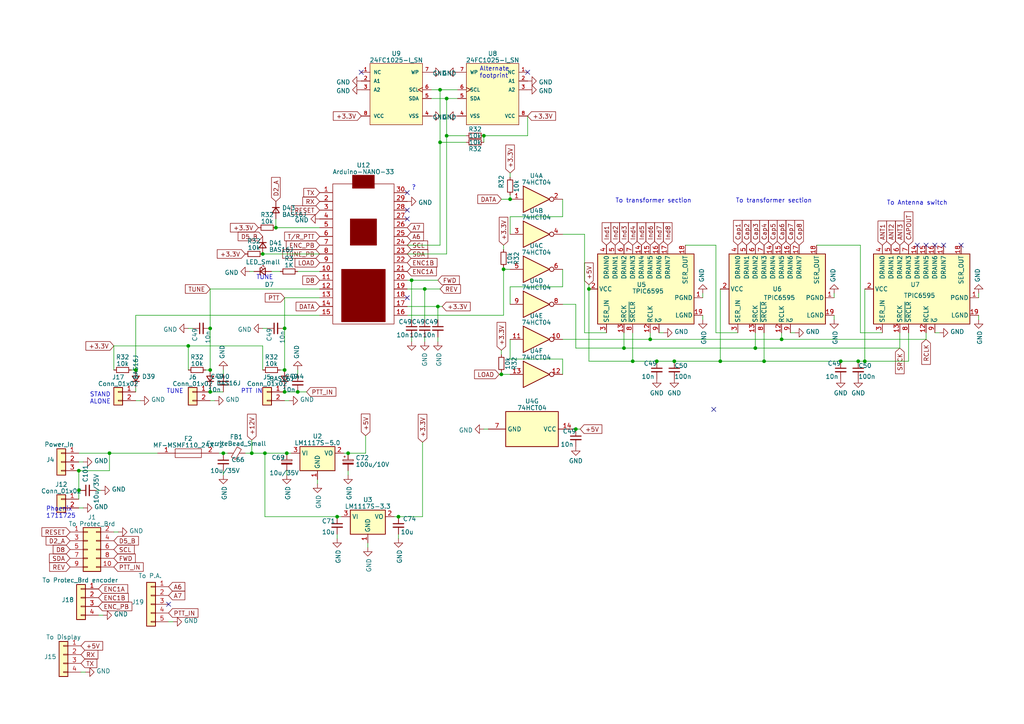
<source format=kicad_sch>
(kicad_sch (version 20230121) (generator eeschema)
  (paper "A4")
  (junction (at 73.025 131.445))
  (junction (at 31.75 131.445))
  (junction (at 123.19 83.82))
  (junction (at 54.61 100.33))
  (junction (at 60.96 113.665))
  (junction (at 127 88.9))
  (junction (at 170.815 83.82))
  (junction (at 250.825 104.775))
  (junction (at 82.55 107.315))
  (junction (at 243.84 104.775))
  (junction (at 64.77 131.445))
  (junction (at 100.965 131.445))
  (junction (at 226.695 98.425))
  (junction (at 76.835 131.445))
  (junction (at 140.335 39.37))
  (junction (at 76.2 73.66))
  (junction (at 129.54 28.575))
  (junction (at 115.57 149.86))
  (junction (at 22.86 136.525))
  (junction (at 188.595 98.425))
  (junction (at 221.615 104.775))
  (junction (at 127.635 26.035))
  (junction (at 180.975 100.965))
  (junction (at 119.38 81.28))
  (junction (at 129.54 39.37))
  (junction (at 219.075 100.965))
  (junction (at 147.955 57.785))
  (junction (at 22.86 142.24))
  (junction (at 208.915 104.775))
  (junction (at 146.05 78.105))
  (junction (at 190.5 104.775))
  (junction (at 39.37 107.315))
  (junction (at 80.01 66.04))
  (junction (at 195.58 104.775))
  (junction (at 83.185 131.445))
  (junction (at 82.55 113.665))
  (junction (at 82.55 95.25))
  (junction (at 97.79 149.86))
  (junction (at 86.36 113.665))
  (junction (at 145.415 108.585))
  (junction (at 60.96 95.25))
  (junction (at 127.635 41.275))
  (junction (at 60.96 107.315))
  (junction (at 248.92 104.775))
  (junction (at 167.005 124.46))
  (junction (at 183.515 104.775))
  (no_connect (at 118.11 63.5))
  (no_connect (at 118.11 60.96))
  (no_connect (at 207.01 118.745))
  (no_connect (at 104.775 20.955))
  (no_connect (at 271.145 71.12))
  (no_connect (at 278.765 71.12))
  (no_connect (at 268.605 71.12))
  (no_connect (at 118.11 86.36))
  (no_connect (at 153.035 20.955))
  (no_connect (at 273.685 71.12))
  (no_connect (at 118.11 55.88))
  (no_connect (at 48.895 175.26))
  (no_connect (at 266.065 71.12))
  (wire (pts (xy 167.005 100.965) (xy 167.005 88.265)))
  (wire (pts (xy 183.515 96.52) (xy 183.515 104.775)))
  (wire (pts (xy 163.195 62.865) (xy 147.955 62.865)))
  (wire (pts (xy 127 88.9) (xy 128.27 88.9)))
  (wire (pts (xy 97.79 156.21) (xy 97.79 154.94)))
  (wire (pts (xy 83.82 116.205) (xy 82.55 116.205)))
  (wire (pts (xy 33.02 100.33) (xy 54.61 100.33)))
  (wire (pts (xy 97.79 149.86) (xy 99.06 149.86)))
  (wire (pts (xy 129.54 28.575) (xy 132.715 28.575)))
  (wire (pts (xy 170.815 104.775) (xy 183.515 104.775)))
  (wire (pts (xy 135.255 39.37) (xy 129.54 39.37)))
  (wire (pts (xy 29.845 178.435) (xy 28.575 178.435)))
  (wire (pts (xy 119.38 81.28) (xy 127 81.28)))
  (wire (pts (xy 76.2 95.25) (xy 77.47 95.25)))
  (wire (pts (xy 127 88.9) (xy 127 92.71)))
  (wire (pts (xy 92.71 83.82) (xy 60.96 83.82)))
  (wire (pts (xy 118.11 81.28) (xy 119.38 81.28)))
  (wire (pts (xy 118.11 71.12) (xy 127.635 71.12)))
  (wire (pts (xy 243.84 104.775) (xy 248.92 104.775)))
  (wire (pts (xy 127.635 26.035) (xy 132.715 26.035)))
  (wire (pts (xy 50.165 180.34) (xy 48.895 180.34)))
  (wire (pts (xy 230.505 96.52) (xy 229.235 96.52)))
  (wire (pts (xy 145.415 57.785) (xy 147.955 57.785)))
  (wire (pts (xy 140.335 39.37) (xy 153.035 39.37)))
  (wire (pts (xy 147.955 78.105) (xy 146.05 78.105)))
  (wire (pts (xy 221.615 104.775) (xy 243.84 104.775)))
  (wire (pts (xy 92.075 140.335) (xy 92.075 139.065)))
  (wire (pts (xy 219.075 100.965) (xy 260.985 100.965)))
  (wire (pts (xy 147.955 98.425) (xy 147.955 104.14)))
  (wire (pts (xy 198.755 71.12) (xy 207.645 71.12)))
  (wire (pts (xy 24.765 194.945) (xy 23.495 194.945)))
  (wire (pts (xy 118.11 73.66) (xy 129.54 73.66)))
  (wire (pts (xy 115.57 156.21) (xy 115.57 154.94)))
  (wire (pts (xy 106.68 158.75) (xy 106.68 157.48)))
  (wire (pts (xy 207.645 71.12) (xy 207.645 96.52)))
  (wire (pts (xy 167.005 88.265) (xy 163.195 88.265)))
  (wire (pts (xy 163.195 57.785) (xy 163.195 62.865)))
  (wire (pts (xy 283.845 85.09) (xy 283.845 86.36)))
  (wire (pts (xy 153.035 39.37) (xy 153.035 33.655)))
  (wire (pts (xy 236.855 71.12) (xy 249.555 71.12)))
  (wire (pts (xy 73.025 131.445) (xy 76.835 131.445)))
  (wire (pts (xy 250.825 83.82) (xy 250.825 104.775)))
  (wire (pts (xy 29.21 142.24) (xy 27.94 142.24)))
  (wire (pts (xy 24.13 133.985) (xy 22.86 133.985)))
  (wire (pts (xy 192.405 96.52) (xy 191.135 96.52)))
  (wire (pts (xy 125.095 26.035) (xy 127.635 26.035)))
  (wire (pts (xy 203.835 92.71) (xy 203.835 91.44)))
  (wire (pts (xy 64.77 107.315) (xy 64.77 108.585)))
  (wire (pts (xy 167.005 124.46) (xy 168.275 124.46)))
  (wire (pts (xy 249.555 71.12) (xy 249.555 96.52)))
  (wire (pts (xy 180.975 100.965) (xy 167.005 100.965)))
  (wire (pts (xy 34.29 154.305) (xy 33.02 154.305)))
  (wire (pts (xy 78.74 78.74) (xy 81.28 78.74)))
  (wire (pts (xy 118.11 83.82) (xy 123.19 83.82)))
  (wire (pts (xy 146.05 78.105) (xy 146.05 91.44)))
  (wire (pts (xy 119.38 99.06) (xy 119.38 97.79)))
  (wire (pts (xy 127.635 41.275) (xy 127.635 71.12)))
  (wire (pts (xy 86.36 107.315) (xy 86.36 108.585)))
  (wire (pts (xy 82.55 113.665) (xy 86.36 113.665)))
  (wire (pts (xy 97.79 149.86) (xy 76.835 149.86)))
  (wire (pts (xy 54.61 100.33) (xy 76.2 100.33)))
  (wire (pts (xy 60.96 95.25) (xy 60.96 107.315)))
  (wire (pts (xy 127 99.06) (xy 127 97.79)))
  (wire (pts (xy 147.955 50.165) (xy 147.955 51.435)))
  (wire (pts (xy 180.975 100.965) (xy 219.075 100.965)))
  (wire (pts (xy 140.335 39.37) (xy 140.335 41.275)))
  (wire (pts (xy 22.86 131.445) (xy 31.75 131.445)))
  (wire (pts (xy 249.555 96.52) (xy 255.905 96.52)))
  (wire (pts (xy 147.955 83.185) (xy 147.955 88.265)))
  (wire (pts (xy 135.255 41.275) (xy 127.635 41.275)))
  (wire (pts (xy 170.815 83.82) (xy 170.815 104.775)))
  (wire (pts (xy 118.11 91.44) (xy 146.05 91.44)))
  (wire (pts (xy 33.02 107.315) (xy 33.02 100.33)))
  (wire (pts (xy 241.935 85.09) (xy 241.935 86.36)))
  (wire (pts (xy 92.71 91.44) (xy 39.37 91.44)))
  (wire (pts (xy 60.96 112.395) (xy 60.96 113.665)))
  (wire (pts (xy 146.05 71.12) (xy 146.05 72.39)))
  (wire (pts (xy 62.23 116.205) (xy 60.96 116.205)))
  (wire (pts (xy 226.695 98.425) (xy 268.605 98.425)))
  (wire (pts (xy 263.525 104.775) (xy 263.525 96.52)))
  (wire (pts (xy 180.975 96.52) (xy 180.975 100.965)))
  (wire (pts (xy 169.545 96.52) (xy 175.895 96.52)))
  (wire (pts (xy 163.195 98.425) (xy 188.595 98.425)))
  (wire (pts (xy 86.36 78.74) (xy 92.71 78.74)))
  (wire (pts (xy 183.515 104.775) (xy 190.5 104.775)))
  (wire (pts (xy 163.195 104.14) (xy 163.195 108.585)))
  (wire (pts (xy 83.185 137.795) (xy 83.185 136.525)))
  (wire (pts (xy 208.915 104.775) (xy 221.615 104.775)))
  (wire (pts (xy 82.55 86.36) (xy 82.55 95.25)))
  (wire (pts (xy 145.415 107.95) (xy 145.415 108.585)))
  (wire (pts (xy 203.835 85.09) (xy 203.835 86.36)))
  (wire (pts (xy 92.71 66.04) (xy 80.01 66.04)))
  (wire (pts (xy 122.555 128.27) (xy 122.555 149.86)))
  (wire (pts (xy 54.61 100.33) (xy 54.61 107.315)))
  (wire (pts (xy 38.1 107.315) (xy 39.37 107.315)))
  (wire (pts (xy 169.545 67.945) (xy 169.545 96.52)))
  (wire (pts (xy 80.01 63.5) (xy 80.01 66.04)))
  (wire (pts (xy 24.13 147.32) (xy 22.86 147.32)))
  (wire (pts (xy 60.96 113.665) (xy 64.77 113.665)))
  (wire (pts (xy 123.19 83.82) (xy 123.19 92.71)))
  (wire (pts (xy 60.96 83.82) (xy 60.96 95.25)))
  (wire (pts (xy 260.985 96.52) (xy 260.985 100.965)))
  (wire (pts (xy 82.55 112.395) (xy 82.55 113.665)))
  (wire (pts (xy 163.195 83.185) (xy 147.955 83.185)))
  (wire (pts (xy 188.595 98.425) (xy 226.695 98.425)))
  (wire (pts (xy 188.595 98.425) (xy 188.595 96.52)))
  (wire (pts (xy 76.2 100.33) (xy 76.2 107.315)))
  (wire (pts (xy 83.185 131.445) (xy 84.455 131.445)))
  (wire (pts (xy 100.965 137.795) (xy 100.965 136.525)))
  (wire (pts (xy 73.025 127.635) (xy 73.025 131.445)))
  (wire (pts (xy 129.54 39.37) (xy 129.54 73.66)))
  (wire (pts (xy 100.965 131.445) (xy 106.045 131.445)))
  (wire (pts (xy 123.19 99.06) (xy 123.19 97.79)))
  (wire (pts (xy 125.095 28.575) (xy 129.54 28.575)))
  (wire (pts (xy 248.92 104.775) (xy 250.825 104.775)))
  (wire (pts (xy 64.77 131.445) (xy 66.04 131.445)))
  (wire (pts (xy 147.955 56.515) (xy 147.955 57.785)))
  (wire (pts (xy 118.11 88.9) (xy 127 88.9)))
  (wire (pts (xy 31.75 131.445) (xy 31.75 136.525)))
  (wire (pts (xy 119.38 81.28) (xy 119.38 92.71)))
  (wire (pts (xy 250.825 104.775) (xy 263.525 104.775)))
  (wire (pts (xy 86.36 113.665) (xy 88.9 113.665)))
  (wire (pts (xy 140.335 124.46) (xy 141.605 124.46)))
  (wire (pts (xy 63.5 131.445) (xy 64.77 131.445)))
  (wire (pts (xy 268.605 96.52) (xy 268.605 98.425)))
  (wire (pts (xy 40.64 116.205) (xy 39.37 116.205)))
  (wire (pts (xy 272.415 96.52) (xy 271.145 96.52)))
  (wire (pts (xy 208.915 83.82) (xy 208.915 104.775)))
  (wire (pts (xy 146.05 78.105) (xy 146.05 77.47)))
  (wire (pts (xy 207.645 96.52) (xy 213.995 96.52)))
  (wire (pts (xy 195.58 104.775) (xy 208.915 104.775)))
  (wire (pts (xy 22.86 142.24) (xy 22.86 144.78)))
  (wire (pts (xy 59.69 107.315) (xy 60.96 107.315)))
  (wire (pts (xy 147.955 62.865) (xy 147.955 67.945)))
  (wire (pts (xy 71.12 131.445) (xy 73.025 131.445)))
  (wire (pts (xy 72.39 78.74) (xy 73.66 78.74)))
  (wire (pts (xy 145.415 108.585) (xy 147.955 108.585)))
  (wire (pts (xy 170.815 82.55) (xy 170.815 83.82)))
  (wire (pts (xy 39.37 91.44) (xy 39.37 107.315)))
  (wire (pts (xy 241.935 92.71) (xy 241.935 91.44)))
  (wire (pts (xy 39.37 112.395) (xy 39.37 113.665)))
  (wire (pts (xy 144.78 108.585) (xy 145.415 108.585)))
  (wire (pts (xy 76.2 73.66) (xy 92.71 73.66)))
  (wire (pts (xy 147.955 104.14) (xy 163.195 104.14)))
  (wire (pts (xy 54.61 95.25) (xy 55.88 95.25)))
  (wire (pts (xy 145.415 101.6) (xy 145.415 102.87)))
  (wire (pts (xy 22.86 136.525) (xy 22.86 142.24)))
  (wire (pts (xy 190.5 104.775) (xy 195.58 104.775)))
  (wire (pts (xy 76.835 149.86) (xy 76.835 131.445)))
  (wire (pts (xy 92.71 86.36) (xy 82.55 86.36)))
  (wire (pts (xy 106.045 126.365) (xy 106.045 131.445)))
  (wire (pts (xy 82.55 95.25) (xy 82.55 107.315)))
  (wire (pts (xy 31.75 131.445) (xy 45.72 131.445)))
  (wire (pts (xy 221.615 96.52) (xy 221.615 104.775)))
  (wire (pts (xy 129.54 39.37) (xy 129.54 28.575)))
  (wire (pts (xy 99.695 131.445) (xy 100.965 131.445)))
  (wire (pts (xy 163.195 67.945) (xy 169.545 67.945)))
  (wire (pts (xy 283.845 92.71) (xy 283.845 91.44)))
  (wire (pts (xy 163.195 78.105) (xy 163.195 83.185)))
  (wire (pts (xy 114.3 149.86) (xy 115.57 149.86)))
  (wire (pts (xy 64.77 137.795) (xy 64.77 136.525)))
  (wire (pts (xy 76.835 131.445) (xy 83.185 131.445)))
  (wire (pts (xy 219.075 96.52) (xy 219.075 100.965)))
  (wire (pts (xy 31.75 136.525) (xy 22.86 136.525)))
  (wire (pts (xy 226.695 98.425) (xy 226.695 96.52)))
  (wire (pts (xy 81.28 107.315) (xy 82.55 107.315)))
  (wire (pts (xy 127.635 26.035) (xy 127.635 41.275)))
  (wire (pts (xy 115.57 149.86) (xy 122.555 149.86)))
  (wire (pts (xy 123.19 83.82) (xy 127.635 83.82)))
  (text "PTT IN\n" (at 69.85 114.3 0) (effects (font (size 1.27 1.27)) (justify left bottom)))
  (text "To transformer section" (at 178.435 59.055 0) (effects (font (size 1.27 1.27)) (justify left bottom)))
  (text "TUNE \n" (at 48.26 114.3 0) (effects (font (size 1.27 1.27)) (justify left bottom)))
  (text "?" (at 119.38 55.245 0) (effects (font (size 1.27 1.27)) (justify left bottom)))
  (text "To transformer section" (at 213.36 59.055 0) (effects (font (size 1.27 1.27)) (justify left bottom)))
  (text "Alternate\nfootprint\n" (at 139.065 22.86 0) (effects (font (size 1.27 1.27)) (justify left bottom)))
  (text "Phoenix\n1711725" (at 13.335 150.495 0) (effects (font (size 1.27 1.27)) (justify left bottom)))
  (text "TUNE" (at 74.295 81.28 0) (effects (font (size 1.27 1.27)) (justify left bottom)))
  (text "STAND\nALONE\n\n" (at 26.035 119.38 0) (effects (font (size 1.27 1.27)) (justify left bottom)))
  (text "To Antenna switch" (at 257.175 59.69 0) (effects (font (size 1.27 1.27)) (justify left bottom)))
  (global_label "ENC_PB" (shape input) (at 28.575 175.895 0) (property "Intersheetrefs" "${INTERSHEET_REFS}" (effects hide)))
  (global_label "+3.3V" (shape input) (at 145.415 101.6 90) (property "Intersheetrefs" "${INTERSHEET_REFS}" (effects hide)))
  (global_label "ENC1B" (shape input) (at 118.11 76.2 0) (property "Intersheetrefs" "${INTERSHEET_REFS}" (effects hide)))
  (global_label "Cap6" (shape input) (at 226.695 71.12 90) (property "Intersheetrefs" "${INTERSHEET_REFS}" (effects hide)))
  (global_label "PTT" (shape input) (at 82.55 86.36 180) (property "Intersheetrefs" "${INTERSHEET_REFS}" (effects hide)))
  (global_label "TX" (shape input) (at 23.495 192.405 0) (property "Intersheetrefs" "${INTERSHEET_REFS}" (effects hide)))
  (global_label "SCL" (shape input) (at 33.02 159.385 0) (property "Intersheetrefs" "${INTERSHEET_REFS}" (effects hide)))
  (global_label "+5V" (shape input) (at 23.495 187.325 0) (property "Intersheetrefs" "${INTERSHEET_REFS}" (effects hide)))
  (global_label "Ind2" (shape input) (at 178.435 71.12 90) (property "Intersheetrefs" "${INTERSHEET_REFS}" (effects hide)))
  (global_label "REV" (shape input) (at 127.635 83.82 0) (property "Intersheetrefs" "${INTERSHEET_REFS}" (effects hide)))
  (global_label "A6" (shape input) (at 118.11 68.58 0) (property "Intersheetrefs" "${INTERSHEET_REFS}" (effects hide)))
  (global_label "+3.3V" (shape input) (at 147.955 50.165 90) (property "Intersheetrefs" "${INTERSHEET_REFS}" (effects hide)))
  (global_label "LOAD" (shape input) (at 144.78 108.585 180) (property "Intersheetrefs" "${INTERSHEET_REFS}" (effects hide)))
  (global_label "Ind8" (shape input) (at 193.675 71.12 90) (property "Intersheetrefs" "${INTERSHEET_REFS}" (effects hide)))
  (global_label "LOAD" (shape input) (at 92.71 76.2 180) (property "Intersheetrefs" "${INTERSHEET_REFS}" (effects hide)))
  (global_label "Cap1" (shape input) (at 213.995 71.12 90) (property "Intersheetrefs" "${INTERSHEET_REFS}" (effects hide)))
  (global_label "RESET" (shape input) (at 92.71 60.96 180) (property "Intersheetrefs" "${INTERSHEET_REFS}" (effects hide)))
  (global_label "D8" (shape input) (at 20.32 159.385 180) (property "Intersheetrefs" "${INTERSHEET_REFS}" (effects hide)))
  (global_label "Ind7" (shape input) (at 191.135 71.12 90) (property "Intersheetrefs" "${INTERSHEET_REFS}" (effects hide)))
  (global_label "D5_B" (shape input) (at 33.02 156.845 0) (property "Intersheetrefs" "${INTERSHEET_REFS}" (effects hide)))
  (global_label "DATA" (shape input) (at 145.415 57.785 180) (property "Intersheetrefs" "${INTERSHEET_REFS}" (effects hide)))
  (global_label "TUNE" (shape input) (at 60.96 83.82 180) (property "Intersheetrefs" "${INTERSHEET_REFS}" (effects hide)))
  (global_label "ENC1B" (shape input) (at 28.575 173.355 0) (property "Intersheetrefs" "${INTERSHEET_REFS}" (effects hide)))
  (global_label "PTT_IN" (shape input) (at 48.895 177.8 0) (property "Intersheetrefs" "${INTERSHEET_REFS}" (effects hide)))
  (global_label "RX" (shape input) (at 23.495 189.865 0) (property "Intersheetrefs" "${INTERSHEET_REFS}" (effects hide)))
  (global_label "ANT2" (shape input) (at 258.445 71.12 90) (property "Intersheetrefs" "${INTERSHEET_REFS}" (effects hide)))
  (global_label "+5V" (shape input) (at 106.045 126.365 90) (property "Intersheetrefs" "${INTERSHEET_REFS}" (effects hide)))
  (global_label "A7" (shape input) (at 118.11 66.04 0) (property "Intersheetrefs" "${INTERSHEET_REFS}" (effects hide)))
  (global_label "SDA" (shape input) (at 20.32 161.925 180) (property "Intersheetrefs" "${INTERSHEET_REFS}" (effects hide)))
  (global_label "T{slash}R_PTT" (shape input) (at 92.71 68.58 180) (property "Intersheetrefs" "${INTERSHEET_REFS}" (effects hide)))
  (global_label "D5_B" (shape input) (at 76.2 68.58 180) (property "Intersheetrefs" "${INTERSHEET_REFS}" (effects hide)))
  (global_label "ENC1A" (shape input) (at 118.11 78.74 0) (property "Intersheetrefs" "${INTERSHEET_REFS}" (effects hide)))
  (global_label "RESET" (shape input) (at 20.32 154.305 180) (property "Intersheetrefs" "${INTERSHEET_REFS}" (effects hide)))
  (global_label "Cap5" (shape input) (at 224.155 71.12 90) (property "Intersheetrefs" "${INTERSHEET_REFS}" (effects hide)))
  (global_label "+3.3V" (shape input) (at 146.05 71.12 90) (property "Intersheetrefs" "${INTERSHEET_REFS}" (effects hide)))
  (global_label "REV" (shape input) (at 20.32 164.465 180) (property "Intersheetrefs" "${INTERSHEET_REFS}" (effects hide)))
  (global_label "D8" (shape input) (at 92.71 81.28 180) (property "Intersheetrefs" "${INTERSHEET_REFS}" (effects hide)))
  (global_label "Cap8" (shape input) (at 231.775 71.12 90) (property "Intersheetrefs" "${INTERSHEET_REFS}" (effects hide)))
  (global_label "DATA" (shape input) (at 92.71 88.9 180) (property "Intersheetrefs" "${INTERSHEET_REFS}" (effects hide)))
  (global_label "Ind3" (shape input) (at 180.975 71.12 90) (property "Intersheetrefs" "${INTERSHEET_REFS}" (effects hide)))
  (global_label "+3.3V" (shape input) (at 104.775 33.655 180) (property "Intersheetrefs" "${INTERSHEET_REFS}" (effects hide)))
  (global_label "SDA" (shape input) (at 118.11 73.66 0) (property "Intersheetrefs" "${INTERSHEET_REFS}" (effects hide)))
  (global_label "PTT_IN" (shape input) (at 88.9 113.665 0) (property "Intersheetrefs" "${INTERSHEET_REFS}" (effects hide)))
  (global_label "CAPOUT" (shape input) (at 263.525 71.12 90) (property "Intersheetrefs" "${INTERSHEET_REFS}" (effects hide)))
  (global_label "FWD" (shape input) (at 33.02 161.925 0) (property "Intersheetrefs" "${INTERSHEET_REFS}" (effects hide)))
  (global_label "RX" (shape input) (at 92.71 58.42 180) (property "Intersheetrefs" "${INTERSHEET_REFS}" (effects hide)))
  (global_label "Cap3" (shape input) (at 219.075 71.12 90) (property "Intersheetrefs" "${INTERSHEET_REFS}" (effects hide)))
  (global_label "FWD" (shape input) (at 127 81.28 0) (property "Intersheetrefs" "${INTERSHEET_REFS}" (effects hide)))
  (global_label "+3.3V" (shape input) (at 128.27 88.9 0) (property "Intersheetrefs" "${INTERSHEET_REFS}" (effects hide)))
  (global_label "Cap7" (shape input) (at 229.235 71.12 90) (property "Intersheetrefs" "${INTERSHEET_REFS}" (effects hide)))
  (global_label "PTT_IN" (shape input) (at 33.02 164.465 0) (property "Intersheetrefs" "${INTERSHEET_REFS}" (effects hide)))
  (global_label "Ind1" (shape input) (at 175.895 71.12 90) (property "Intersheetrefs" "${INTERSHEET_REFS}" (effects hide)))
  (global_label "SRCK" (shape input) (at 260.985 100.965 270) (property "Intersheetrefs" "${INTERSHEET_REFS}" (effects hide)))
  (global_label "TUNE_PB" (shape input) (at 92.71 73.66 180) (property "Intersheetrefs" "${INTERSHEET_REFS}" (effects hide)))
  (global_label "+3.3V" (shape input) (at 122.555 128.27 90) (property "Intersheetrefs" "${INTERSHEET_REFS}" (effects hide)))
  (global_label "Ind6" (shape input) (at 188.595 71.12 90) (property "Intersheetrefs" "${INTERSHEET_REFS}" (effects hide)))
  (global_label "ENC1A" (shape input) (at 28.575 170.815 0) (property "Intersheetrefs" "${INTERSHEET_REFS}" (effects hide)))
  (global_label "Ind5" (shape input) (at 186.055 71.12 90) (property "Intersheetrefs" "${INTERSHEET_REFS}" (effects hide)))
  (global_label "TX" (shape input) (at 92.71 55.88 180) (property "Intersheetrefs" "${INTERSHEET_REFS}" (effects hide)))
  (global_label "ANT1" (shape input) (at 255.905 71.12 90) (property "Intersheetrefs" "${INTERSHEET_REFS}" (effects hide)))
  (global_label "+3.3V" (shape input) (at 71.12 73.66 180) (property "Intersheetrefs" "${INTERSHEET_REFS}" (effects hide)))
  (global_label "A7" (shape input) (at 48.895 172.72 0) (property "Intersheetrefs" "${INTERSHEET_REFS}" (effects hide)))
  (global_label "+5V" (shape input) (at 170.815 82.55 90) (property "Intersheetrefs" "${INTERSHEET_REFS}" (effects hide)))
  (global_label "ENC_PB" (shape input) (at 92.71 71.12 180) (property "Intersheetrefs" "${INTERSHEET_REFS}" (effects hide)))
  (global_label "+3.3V" (shape input) (at 74.93 66.04 180) (property "Intersheetrefs" "${INTERSHEET_REFS}" (effects hide)))
  (global_label "+3.3V" (shape input) (at 33.02 100.33 180) (property "Intersheetrefs" "${INTERSHEET_REFS}" (effects hide)))
  (global_label "ANT3" (shape input) (at 260.985 71.12 90) (property "Intersheetrefs" "${INTERSHEET_REFS}" (effects hide)))
  (global_label "RCLK" (shape input) (at 268.605 98.425 270) (property "Intersheetrefs" "${INTERSHEET_REFS}" (effects hide)))
  (global_label "D2_A" (shape input) (at 80.01 58.42 90) (property "Intersheetrefs" "${INTERSHEET_REFS}" (effects hide)))
  (global_label "+5V" (shape input) (at 168.275 124.46 0) (property "Intersheetrefs" "${INTERSHEET_REFS}" (effects hide)))
  (global_label "Cap4" (shape input) (at 221.615 71.12 90) (property "Intersheetrefs" "${INTERSHEET_REFS}" (effects hide)))
  (global_label "SCL" (shape input) (at 118.11 71.12 0) (property "Intersheetrefs" "${INTERSHEET_REFS}" (effects hide)))
  (global_label "+3.3V" (shape input) (at 153.035 33.655 0) (property "Intersheetrefs" "${INTERSHEET_REFS}" (effects hide)))
  (global_label "A6" (shape input) (at 48.895 170.18 0) (property "Intersheetrefs" "${INTERSHEET_REFS}" (effects hide)))
  (global_label "D2_A" (shape input) (at 20.32 156.845 180) (property "Intersheetrefs" "${INTERSHEET_REFS}" (effects hide)))
  (global_label "Cap2" (shape input) (at 216.535 71.12 90) (property "Intersheetrefs" "${INTERSHEET_REFS}" (effects hide)))
  (global_label "+12V" (shape input) (at 73.025 127.635 90) (property "Intersheetrefs" "${INTERSHEET_REFS}" (effects hide)))
  (global_label "Ind4" (shape input) (at 183.515 71.12 90) (property "Intersheetrefs" "${INTERSHEET_REFS}" (effects hide)))
  (symbol (lib_id "power:GND") (at 241.935 92.71 0) (unit 1)
    (property "Reference" "#PWR0109" (effects hide))
    (property "Value" "GND" (at 242.2518 95.8849 90) (effects (justify right)))
  )
  (symbol (lib_id "Device:C_Small") (at 127 95.25 0) (unit 1)
    (property "Reference" "C49" (at 123.19 93.345 0) (effects (justify left)))
    (property "Value" "10n" (at 122.555 97.155 0) (effects (justify left)))
    (property "Footprint" "Capacitor_SMD:C_0805_2012Metric_Pad1.18x1.45mm_HandSolder" (effects hide))
    (instances (project "K_Aries" (path "" (reference "C49") (unit 1)) (path "" (reference "C77") (unit 1))))
  )
  (symbol (lib_id "Device:LED_Small") (at 76.2 78.74 0) (unit 1)
    (property "Reference" "D7" (at 78.105 82.55 0))
    (property "Value" "LED_Small" (at 76.2635 76.0001 0))
    (property "Footprint" "LED_SMD:LED_1206_3216Metric_Pad1.42x1.75mm_HandSolder" (effects hide))
    (instances (project "K_Aries" (path "" (reference "D7") (unit 1)) (path "" (reference "D42") (unit 1))))
  )
  (symbol (lib_id "power:GND") (at 153.035 23.495 90) (unit 1)
    (property "Reference" "#PWR049" (effects hide))
    (property "Value" "GND" (at 156.21 23.8118 90) (effects (justify right)))
    (instances (project "K_Aries" (path "" (reference "#PWR049") (unit 1)) (path "" (reference "#PWR0141") (unit 1))))
  )
  (symbol (lib_id "Device:R_Small") (at 146.05 74.93 0) (mirror y) (unit 1)
    (property "Reference" "R32" (at 149.7965 74.93 90))
    (property "Value" "10k" (at 147.8755 74.93 90))
    (property "Footprint" "Resistor_SMD:R_0805_2012Metric_Pad1.20x1.40mm_HandSolder" (effects hide))
    (instances (project "K_Aries" (path "" (reference "R32") (unit 1)) (path "" (reference "R39") (unit 1))))
  )
  (symbol (lib_id "power:GND") (at 64.77 107.315 180) (unit 1)
    (property "Reference" "#PWR088" (effects hide))
    (property "Value" "GND" (at 64.4532 104.1401 90) (effects (justify right)))
  )
  (symbol (lib_id "Connector_Generic:Conn_01x02") (at 77.47 113.665 0) (mirror y) (unit 1)
    (property "Reference" "J5" (at 77.47 109.3851 0))
    (property "Value" "Conn_01x02" (at 77.47 111.3061 0))
    (property "Footprint" "Connector_Molex:Molex_KK-254_AE-6410-02A_1x02_P2.54mm_Vertical" (effects hide))
  )
  (symbol (lib_id "Connector_Generic:Conn_01x04") (at 23.495 173.355 0) (mirror y) (unit 1)
    (property "Reference" "J18" (at 21.463 173.9813 0) (effects (justify left)))
    (property "Value" "To Protec_Brd encoder" (at 34.29 168.275 0) (effects (justify left)))
    (property "Footprint" "Connector_Molex:Molex_KK-254_AE-6410-04A_1x04_P2.54mm_Vertical" (effects hide))
  )
  (symbol (lib_id "24FC1025:24FC1025-I_SN") (at 155.575 20.955 0) (mirror y) (unit 1)
    (property "Reference" "U8" (at 142.875 15.5321 0))
    (property "Value" "24FC1025-I_SN" (at 142.875 17.4531 0))
    (property "Footprint" "Package_SO:SOIC-8_3.9x4.9mm_P1.27mm" (effects hide))
    (property "Code  IPC" "SOIC127P600-8" (effects hide))
    (property "Code  JEDEC" "MS-012" (effects hide))
    (property "Datasheet Version" "revF, Oct-2008" (effects hide))
    (property "Package Description" "8-Lead Plastic Small Outline (SN) - Narrow, 3.90mm Body [SOIC]" (effects hide))
    (property "Package Version" "revBB, Aug-2009" (effects hide))
    (property "category" "IC" (effects hide))
    (property "ciiva ids" "1392797" (effects hide))
    (property "library id" "cb48020c23aec842" (effects hide))
    (property "manufacturer" "Microchip" (effects hide))
    (property "package" "SOIC-SN8" (effects hide))
    (property "release date" "1302228250" (effects hide))
    (property "vault revision" "65909BAA-7286-4765-98EF-44FF3FB2A1DB" (effects hide))
    (property "imported" "yes" (effects hide))
  )
  (symbol (lib_id "power:GND") (at 192.405 96.52 90) (unit 1)
    (property "Reference" "#PWR0103" (effects hide))
    (property "Value" "GND" (at 195.5799 96.2032 90) (effects (justify right)))
  )
  (symbol (lib_id "power:GND") (at 241.935 85.09 180) (unit 1)
    (property "Reference" "#PWR0108" (effects hide))
    (property "Value" "GND" (at 241.6182 81.9151 90) (effects (justify right)))
  )
  (symbol (lib_id "power:GND") (at 153.035 26.035 90) (unit 1)
    (property "Reference" "#PWR049" (effects hide))
    (property "Value" "GND" (at 156.21 26.3518 90) (effects (justify right)))
    (instances (project "K_Aries" (path "" (reference "#PWR049") (unit 1)) (path "" (reference "#PWR0142") (unit 1))))
  )
  (symbol (lib_id "power:GND") (at 72.39 78.74 270) (unit 1)
    (property "Reference" "#PWR090" (effects hide))
    (property "Value" "GND" (at 69.2151 79.0568 90) (effects (justify right)))
  )
  (symbol (lib_id "power:GND") (at 140.335 124.46 270) (unit 1)
    (property "Reference" "#PWR0101" (effects hide))
    (property "Value" "GND" (at 137.1601 124.7768 90) (effects (justify right)))
  )
  (symbol (lib_id "power:GND") (at 34.29 154.305 90) (unit 1)
    (property "Reference" "#PWR079" (effects hide))
    (property "Value" "GND" (at 37.4649 153.9882 90) (effects (justify right)))
  )
  (symbol (lib_id "power:GND") (at 29.21 142.24 90) (unit 1)
    (property "Reference" "#PWR0140" (effects hide))
    (property "Value" "GND" (at 32.3849 141.9232 90) (effects (justify right)))
  )
  (symbol (lib_id "power:GND") (at 230.505 96.52 90) (unit 1)
    (property "Reference" "#PWR0107" (effects hide))
    (property "Value" "GND" (at 233.6799 96.2032 90) (effects (justify right)))
  )
  (symbol (lib_id "Device:C_Small") (at 195.58 107.315 0) (unit 1)
    (property "Reference" "C50" (at 195.58 106.045 0) (effects (justify left)))
    (property "Value" "100n" (at 195.58 109.22 0) (effects (justify left)))
    (property "Footprint" "Capacitor_SMD:C_0805_2012Metric_Pad1.18x1.45mm_HandSolder" (effects hide))
    (instances (project "K_Aries" (path "" (reference "C50") (unit 1)) (path "" (reference "C79") (unit 1))))
  )
  (symbol (lib_id "Device:D_Small") (at 39.37 109.855 90) (unit 1)
    (property "Reference" "D39" (at 41.148 109.2113 90) (effects (justify right)))
    (property "Value" "BAS16J" (at 39.37 102.87 0) (effects (justify right)))
    (property "Footprint" "Diode_SMD:D_SOD-323_HandSoldering" (effects hide))
    (property "Sim.Device" "D" (effects hide))
    (property "Sim.Pins" "1=K 2=A" (effects hide))
  )
  (symbol (lib_id "Regulator_Linear:LM1117S-3.3") (at 106.68 149.86 0) (unit 1)
    (property "Reference" "U3" (at 106.68 144.9451 0))
    (property "Value" "LM1117S-3.3" (at 106.68 146.8661 0))
    (property "Footprint" "Package_TO_SOT_SMD:SOT-223-3_TabPin2" (effects hide))
    (property "Datasheet" "http://www.ti.com/lit/ds/symlink/lm1117.pdf" (effects hide))
  )
  (symbol (lib_id "power:GND") (at 104.775 26.035 270) (unit 1)
    (property "Reference" "#PWR049" (effects hide))
    (property "Value" "GND" (at 101.6001 26.3518 90) (effects (justify right)))
    (instances (project "K_Aries" (path "" (reference "#PWR049") (unit 1)) (path "" (reference "#PWR0144") (unit 1))))
  )
  (symbol (lib_id "Device:R_Small") (at 73.66 73.66 90) (mirror x) (unit 1)
    (property "Reference" "R32" (at 73.66 69.9135 90))
    (property "Value" "10k" (at 73.66 71.8345 90))
    (property "Footprint" "Resistor_SMD:R_0805_2012Metric_Pad1.20x1.40mm_HandSolder" (effects hide))
    (instances (project "K_Aries" (path "" (reference "R32") (unit 1)) (path "" (reference "R42") (unit 1))))
  )
  (symbol (lib_id "Device:C_Small") (at 167.005 127 0) (unit 1)
    (property "Reference" "C49" (at 163.195 125.095 0) (effects (justify left)))
    (property "Value" "10n" (at 162.56 128.905 0) (effects (justify left)))
    (property "Footprint" "Capacitor_SMD:C_0805_2012Metric_Pad1.18x1.45mm_HandSolder" (effects hide))
    (instances (project "K_Aries" (path "" (reference "C49") (unit 1)) (path "" (reference "C20") (unit 1))))
  )
  (symbol (lib_id "power:GND") (at 92.075 140.335 0) (unit 1)
    (property "Reference" "#PWR087" (effects hide))
    (property "Value" "GND" (at 92.3918 143.5099 90) (effects (justify right)))
  )
  (symbol (lib_id "Device:R_Small") (at 137.795 41.275 90) (mirror x) (unit 1)
    (property "Reference" "R32" (at 137.795 43.18 90))
    (property "Value" "10k" (at 137.795 41.275 90))
    (property "Footprint" "Resistor_SMD:R_0805_2012Metric_Pad1.20x1.40mm_HandSolder" (effects hide))
    (instances (project "K_Aries" (path "" (reference "R32") (unit 1)) (path "" (reference "R47") (unit 1))))
  )
  (symbol (lib_id "power:GND") (at 64.77 137.795 0) (unit 1)
    (property "Reference" "#PWR080" (effects hide))
    (property "Value" "GND" (at 65.0868 140.9699 90) (effects (justify right)))
  )
  (symbol (lib_id "power:GND") (at 243.84 109.855 0) (unit 1)
    (property "Reference" "#PWR048" (effects hide))
    (property "Value" "GND" (at 243.84 113.9905 0))
    (instances (project "K_Aries" (path "" (reference "#PWR048") (unit 1)) (path "" (reference "#PWR0110") (unit 1))))
  )
  (symbol (lib_id "Device:D_Small") (at 80.01 60.96 270) (unit 1)
    (property "Reference" "D43" (at 81.788 60.3163 90) (effects (justify left)))
    (property "Value" "BAS16J" (at 81.788 62.2373 90) (effects (justify left)))
    (property "Footprint" "Diode_SMD:D_SOD-323_HandSoldering" (effects hide))
    (property "Sim.Device" "D" (effects hide))
    (property "Sim.Pins" "1=K 2=A" (effects hide))
  )
  (symbol (lib_id "power:GND") (at 132.715 33.655 270) (unit 1)
    (property "Reference" "#PWR049" (effects hide))
    (property "Value" "GND" (at 129.5401 33.9718 90) (effects (justify right)))
    (instances (project "K_Aries" (path "" (reference "#PWR049") (unit 1)) (path "" (reference "#PWR0146") (unit 1))))
  )
  (symbol (lib_id "Arduino-nano-33:Arduino-NANO-33") (at 105.41 73.66 0) (unit 1)
    (property "Reference" "U12" (at 105.41 47.9171 0))
    (property "Value" "Arduino-NANO-33" (at 105.41 49.8381 0))
    (property "Footprint" "Arduino-nano-33:NANO_33_Socket_Castell" (effects hide))
  )
  (symbol (lib_id "power:GND") (at 62.23 116.205 90) (unit 1)
    (property "Reference" "#PWR086" (effects hide))
    (property "Value" "GND" (at 65.4049 115.8882 90) (effects (justify right)))
  )
  (symbol (lib_id "power:GND") (at 24.13 133.985 90) (unit 1)
    (property "Reference" "#PWR075" (effects hide))
    (property "Value" "GND" (at 27.3049 133.6682 90) (effects (justify right)))
  )
  (symbol (lib_id "power:GND") (at 54.61 95.25 270) (unit 1)
    (property "Reference" "#PWR082" (effects hide))
    (property "Value" "GND" (at 51.4351 95.5668 90) (effects (justify right)))
  )
  (symbol (lib_id "Device:C_Small") (at 58.42 95.25 90) (unit 1)
    (property "Reference" "C49" (at 56.515 99.06 0) (effects (justify left)))
    (property "Value" "10n" (at 60.325 99.695 0) (effects (justify left)))
    (property "Footprint" "Capacitor_SMD:C_0805_2012Metric_Pad1.18x1.45mm_HandSolder" (effects hide))
    (instances (project "K_Aries" (path "" (reference "C49") (unit 1)) (path "" (reference "C67") (unit 1))))
  )
  (symbol (lib_id "Device:C_Small") (at 248.92 107.315 0) (unit 1)
    (property "Reference" "C50" (at 248.92 106.045 0) (effects (justify left)))
    (property "Value" "100n" (at 248.92 109.22 0) (effects (justify left)))
    (property "Footprint" "Capacitor_SMD:C_0805_2012Metric_Pad1.18x1.45mm_HandSolder" (effects hide))
    (instances (project "K_Aries" (path "" (reference "C50") (unit 1)) (path "" (reference "C81") (unit 1))))
  )
  (symbol (lib_id "power:GND") (at 195.58 109.855 0) (unit 1)
    (property "Reference" "#PWR049" (effects hide))
    (property "Value" "GND" (at 195.58 113.9905 0))
    (instances (project "K_Aries" (path "" (reference "#PWR049") (unit 1)) (path "" (reference "#PWR0104") (unit 1))))
  )
  (symbol (lib_id "Device:C_Small") (at 115.57 152.4 0) (unit 1)
    (property "Reference" "C74" (at 116.84 150.495 0) (effects (justify left)))
    (property "Value" "10u" (at 116.205 154.305 0) (effects (justify left)))
    (property "Footprint" "Capacitor_SMD:C_0805_2012Metric_Pad1.18x1.45mm_HandSolder" (effects hide))
  )
  (symbol (lib_id "power:GND") (at 83.82 116.205 90) (unit 1)
    (property "Reference" "#PWR093" (effects hide))
    (property "Value" "GND" (at 86.9949 115.8882 90) (effects (justify right)))
  )
  (symbol (lib_id "24FC1025:24FC1025-I_SN") (at 102.235 20.955 0) (unit 1)
    (property "Reference" "U9" (at 114.935 15.5321 0))
    (property "Value" "24FC1025-I_SN" (at 114.935 17.4531 0))
    (property "Footprint" "Package_DIP:DIP-8_W7.62mm_SMDSocket_SmallPads" (effects hide))
    (property "Code  IPC" "SOIC127P600-8" (effects hide))
    (property "Code  JEDEC" "MS-012" (effects hide))
    (property "Datasheet Version" "revF, Oct-2008" (effects hide))
    (property "Package Description" "8-Lead Plastic Small Outline (SN) - Narrow, 3.90mm Body [SOIC]" (effects hide))
    (property "Package Version" "revBB, Aug-2009" (effects hide))
    (property "category" "IC" (effects hide))
    (property "ciiva ids" "1392797" (effects hide))
    (property "library id" "cb48020c23aec842" (effects hide))
    (property "manufacturer" "Microchip" (effects hide))
    (property "package" "SOIC-SN8" (effects hide))
    (property "release date" "1302228250" (effects hide))
    (property "vault revision" "65909BAA-7286-4765-98EF-44FF3FB2A1DB" (effects hide))
    (property "imported" "yes" (effects hide))
  )
  (symbol (lib_id "Device:D_Small") (at 82.55 109.855 90) (unit 1)
    (property "Reference" "D44" (at 84.328 109.2113 90) (effects (justify right)))
    (property "Value" "BAS16J" (at 78.105 109.855 90) (effects (justify right)))
    (property "Footprint" "Diode_SMD:D_SOD-323_HandSoldering" (effects hide))
    (property "Sim.Device" "D" (effects hide))
    (property "Sim.Pins" "1=K 2=A" (effects hide))
  )
  (symbol (lib_id "Device:C_Small") (at 80.01 95.25 90) (unit 1)
    (property "Reference" "C49" (at 78.105 99.06 0) (effects (justify left)))
    (property "Value" "10n" (at 81.915 99.695 0) (effects (justify left)))
    (property "Footprint" "Capacitor_SMD:C_0805_2012Metric_Pad1.18x1.45mm_HandSolder" (effects hide))
    (instances (project "K_Aries" (path "" (reference "C49") (unit 1)) (path "" (reference "C21") (unit 1))))
  )
  (symbol (lib_id "power:GND") (at 115.57 156.21 0) (unit 1)
    (property "Reference" "#PWR095" (effects hide))
    (property "Value" "GND" (at 115.8868 159.3849 90) (effects (justify right)))
  )
  (symbol (lib_id "power:GND") (at 76.2 95.25 270) (unit 1)
    (property "Reference" "#PWR030" (effects hide))
    (property "Value" "GND" (at 73.0251 95.5668 90) (effects (justify right)))
  )
  (symbol (lib_id "Device:C_Small") (at 64.77 133.985 0) (unit 1)
    (property "Reference" "C66" (at 67.0941 133.3476 0) (effects (justify left)))
    (property "Value" "10u/35V" (at 60.96 136.525 0) (effects (justify left)))
    (property "Footprint" "Capacitor_Tantalum_SMD:CP_EIA-6032-28_Kemet-C_Pad2.25x2.35mm_HandSolder" (effects hide))
  )
  (symbol (lib_id "Regulator_Linear:LM1117S-5.0") (at 92.075 131.445 0) (unit 1)
    (property "Reference" "U2" (at 92.075 126.5301 0))
    (property "Value" "LM1117S-5.0" (at 92.075 128.4511 0))
    (property "Footprint" "Package_TO_SOT_SMD:SOT-223-3_TabPin2" (effects hide))
    (property "Datasheet" "http://www.ti.com/lit/ds/symlink/lm1117.pdf" (effects hide))
  )
  (symbol (lib_id "Device:C_Small") (at 97.79 152.4 0) (unit 1)
    (property "Reference" "C71" (at 93.345 151.13 0) (effects (justify left)))
    (property "Value" "10u" (at 93.345 154.305 0) (effects (justify left)))
    (property "Footprint" "Capacitor_SMD:C_0805_2012Metric_Pad1.18x1.45mm_HandSolder" (effects hide))
  )
  (symbol (lib_id "power:GND") (at 97.79 156.21 0) (unit 1)
    (property "Reference" "#PWR089" (effects hide))
    (property "Value" "GND" (at 98.1068 159.3849 90) (effects (justify right)))
  )
  (symbol (lib_id "Device:C_Small") (at 86.36 111.125 0) (unit 1)
    (property "Reference" "C49" (at 82.55 109.22 0) (effects (justify left)))
    (property "Value" "10n" (at 81.915 113.03 0) (effects (justify left)))
    (property "Footprint" "Capacitor_SMD:C_0805_2012Metric_Pad1.18x1.45mm_HandSolder" (effects hide))
    (instances (project "K_Aries" (path "" (reference "C49") (unit 1)) (path "" (reference "C73") (unit 1))))
  )
  (symbol (lib_id "power:GND") (at 118.11 58.42 90) (unit 1)
    (property "Reference" "#PWR097" (effects hide))
    (property "Value" "GND" (at 121.285 58.7368 90) (effects (justify right)))
  )
  (symbol (lib_id "Connector_Generic:Conn_01x02") (at 17.78 144.78 0) (mirror y) (unit 1)
    (property "Reference" "J12" (at 17.78 140.5001 0))
    (property "Value" "Conn_01x02" (at 17.78 142.4211 0))
    (property "Footprint" "Connector_Phoenix_1711725:1711725" (effects hide))
  )
  (symbol (lib_id "Device:C_Polarized_Small") (at 83.185 133.985 0) (unit 1)
    (property "Reference" "C69" (at 78.74 132.715 0) (effects (justify left)))
    (property "Value" "10u/35V" (at 78.105 137.16 0) (effects (justify left)))
    (property "Footprint" "Capacitor_Tantalum_SMD:CP_EIA-6032-28_Kemet-C_Pad2.25x2.35mm_HandSolder" (effects hide))
  )
  (symbol (lib_id "power:GND") (at 104.775 23.495 270) (unit 1)
    (property "Reference" "#PWR049" (effects hide))
    (property "Value" "GND" (at 101.6001 23.8118 90) (effects (justify right)))
    (instances (project "K_Aries" (path "" (reference "#PWR049") (unit 1)) (path "" (reference "#PWR0143") (unit 1))))
  )
  (symbol (lib_id "power:GND") (at 123.19 99.06 0) (unit 1)
    (property "Reference" "#PWR099" (effects hide))
    (property "Value" "GND" (at 123.19 102.235 90) (effects (justify right)))
  )
  (symbol (lib_id "power:GND") (at 29.845 178.435 90) (unit 1)
    (property "Reference" "#PWR078" (effects hide))
    (property "Value" "GND" (at 33.0199 178.1182 90) (effects (justify right)))
  )
  (symbol (lib_id "74xx:74HCT04") (at 155.575 78.105 0) (unit 3)
    (property "Reference" "U4" (at 155.575 71.2851 0))
    (property "Value" "74HCT04" (at 155.575 73.2061 0))
    (property "Footprint" "Package_SO:SOIC-14_3.9x8.7mm_P1.27mm" (effects hide))
    (property "Datasheet" "https://assets.nexperia.com/documents/data-sheet/74HC_HCT04.pdf" (effects hide))
  )
  (symbol (lib_id "Connector_Generic:Conn_01x02") (at 34.29 113.665 0) (mirror y) (unit 1)
    (property "Reference" "J17" (at 34.29 109.3851 0))
    (property "Value" "Conn_01x02" (at 34.29 111.3061 0))
    (property "Footprint" "Connector_Molex:Molex_KK-254_AE-6410-02A_1x02_P2.54mm_Vertical" (effects hide))
  )
  (symbol (lib_id "Device:R_Small") (at 78.74 107.315 90) (mirror x) (unit 1)
    (property "Reference" "R32" (at 78.74 103.5685 90))
    (property "Value" "10k" (at 78.74 105.4895 90))
    (property "Footprint" "Resistor_SMD:R_0805_2012Metric_Pad1.20x1.40mm_HandSolder" (effects hide))
    (instances (project "K_Aries" (path "" (reference "R32") (unit 1)) (path "" (reference "R36") (unit 1))))
  )
  (symbol (lib_id "power:GND") (at 119.38 99.06 0) (unit 1)
    (property "Reference" "#PWR098" (effects hide))
    (property "Value" "GND" (effects hide))
  )
  (symbol (lib_id "74xx:74HCT04") (at 155.575 88.265 0) (unit 4)
    (property "Reference" "U4" (at 155.575 81.4451 0))
    (property "Value" "74HCT04" (at 155.575 83.3661 0))
    (property "Footprint" "Package_SO:SOIC-14_3.9x8.7mm_P1.27mm" (effects hide))
    (property "Datasheet" "https://assets.nexperia.com/documents/data-sheet/74HC_HCT04.pdf" (effects hide))
  )
  (symbol (lib_id "Connector_Generic:Conn_02x05_Odd_Even") (at 25.4 159.385 0) (unit 1)
    (property "Reference" "J1" (at 26.67 150.0251 0))
    (property "Value" "To Protec_Brd" (at 26.67 151.9461 0))
    (property "Footprint" "Connector_IDC:IDC-Header_2x05_P2.54mm_Vertical" (effects hide))
  )
  (symbol (lib_id "Device:R_Small") (at 83.82 78.74 90) (unit 1)
    (property "Reference" "R3" (at 83.82 74.9935 90))
    (property "Value" "1K" (at 83.82 76.9145 90))
    (property "Footprint" "Resistor_SMD:R_0805_2012Metric_Pad1.20x1.40mm_HandSolder" (effects hide))
    (instances (project "K_Aries" (path "" (reference "R3") (unit 1)) (path "" (reference "R37") (unit 1))))
  )
  (symbol (lib_id "power:GND") (at 203.835 85.09 180) (unit 1)
    (property "Reference" "#PWR0105" (effects hide))
    (property "Value" "GND" (at 203.5182 81.9151 90) (effects (justify right)))
  )
  (symbol (lib_id "Device:C_Small") (at 119.38 95.25 0) (unit 1)
    (property "Reference" "C49" (at 115.57 93.345 0) (effects (justify left)))
    (property "Value" "10n" (at 114.935 97.155 0) (effects (justify left)))
    (property "Footprint" "Capacitor_SMD:C_0805_2012Metric_Pad1.18x1.45mm_HandSolder" (effects hide))
    (instances (project "K_Aries" (path "" (reference "C49") (unit 1)) (path "" (reference "C75") (unit 1))))
  )
  (symbol (lib_id "power:GND") (at 86.36 107.315 180) (unit 1)
    (property "Reference" "#PWR094" (effects hide))
    (property "Value" "GND" (at 86.0432 104.1401 90) (effects (justify right)))
  )
  (symbol (lib_id "74xx:74HCT04") (at 154.305 124.46 270) (unit 7)
    (property "Reference" "U4" (at 154.305 116.3701 90))
    (property "Value" "74HCT04" (at 154.305 118.2911 90))
    (property "Footprint" "Package_SO:SOIC-14_3.9x8.7mm_P1.27mm" (effects hide))
    (property "Datasheet" "https://assets.nexperia.com/documents/data-sheet/74HC_HCT04.pdf" (effects hide))
  )
  (symbol (lib_id "Device:C_Small") (at 64.77 111.125 0) (unit 1)
    (property "Reference" "C49" (at 60.96 109.22 0) (effects (justify left)))
    (property "Value" "10n" (at 60.325 113.03 0) (effects (justify left)))
    (property "Footprint" "Capacitor_SMD:C_0805_2012Metric_Pad1.18x1.45mm_HandSolder" (effects hide))
    (instances (project "K_Aries" (path "" (reference "C49") (unit 1)) (path "" (reference "C70") (unit 1))))
  )
  (symbol (lib_id "Device:R_Small") (at 137.795 39.37 90) (mirror x) (unit 1)
    (property "Reference" "R32" (at 137.795 37.465 90))
    (property "Value" "10k" (at 137.795 39.37 90))
    (property "Footprint" "Resistor_SMD:R_0805_2012Metric_Pad1.20x1.40mm_HandSolder" (effects hide))
    (instances (project "K_Aries" (path "" (reference "R32") (unit 1)) (path "" (reference "R46") (unit 1))))
  )
  (symbol (lib_id "Device:D_Small") (at 60.96 109.855 90) (unit 1)
    (property "Reference" "D40" (at 62.738 109.2113 90) (effects (justify right)))
    (property "Value" "BAS16J" (at 62.738 111.1323 90) (effects (justify right)))
    (property "Footprint" "Diode_SMD:D_SOD-323_HandSoldering" (effects hide))
    (property "Sim.Device" "D" (effects hide))
    (property "Sim.Pins" "1=K 2=A" (effects hide))
  )
  (symbol (lib_id "power:GND") (at 190.5 109.855 0) (unit 1)
    (property "Reference" "#PWR048" (effects hide))
    (property "Value" "GND" (at 190.5 113.9905 0))
    (instances (project "K_Aries" (path "" (reference "#PWR048") (unit 1)) (path "" (reference "#PWR0102") (unit 1))))
  )
  (symbol (lib_id "Device:C_Polarized_Small") (at 100.965 133.985 0) (unit 1)
    (property "Reference" "C72" (at 103.124 132.7952 0) (effects (justify left)))
    (property "Value" "100u/10V" (at 103.124 134.7162 0) (effects (justify left)))
    (property "Footprint" "Capacitor_Tantalum_SMD:CP_EIA-7132-28_AVX-C_Pad2.72x3.50mm_HandSolder" (effects hide))
  )
  (symbol (lib_id "Connector_Generic:Conn_01x05") (at 43.815 175.26 0) (mirror y) (unit 1)
    (property "Reference" "J19" (at 41.783 174.6163 0) (effects (justify left)))
    (property "Value" "To P.A." (at 46.99 167.005 0) (effects (justify left)))
    (property "Footprint" "Connector_Molex:Molex_KK-254_AE-6410-05A_1x05_P2.54mm_Vertical" (effects hide))
  )
  (symbol (lib_id "74xx:74HCT04") (at 155.575 98.425 0) (unit 5)
    (property "Reference" "U4" (at 155.575 91.6051 0))
    (property "Value" "74HCT04" (at 155.575 93.5261 0))
    (property "Footprint" "Package_SO:SOIC-14_3.9x8.7mm_P1.27mm" (effects hide))
    (property "Datasheet" "https://assets.nexperia.com/documents/data-sheet/74HC_HCT04.pdf" (effects hide))
  )
  (symbol (lib_id "power:GND") (at 283.845 85.09 180) (unit 1)
    (property "Reference" "#PWR0113" (effects hide))
    (property "Value" "GND" (at 283.5282 81.9151 90) (effects (justify right)))
  )
  (symbol (lib_id "Device:R_Small") (at 77.47 66.04 90) (mirror x) (unit 1)
    (property "Reference" "R32" (at 77.47 62.2935 90))
    (property "Value" "10k" (at 77.47 64.2145 90))
    (property "Footprint" "Resistor_SMD:R_0805_2012Metric_Pad1.20x1.40mm_HandSolder" (effects hide))
    (instances (project "K_Aries" (path "" (reference "R32") (unit 1)) (path "" (reference "R48") (unit 1))))
  )
  (symbol (lib_id "power:GND") (at 92.71 63.5 270) (unit 1)
    (property "Reference" "#PWR096" (effects hide))
    (property "Value" "GND" (at 89.5351 63.8168 90) (effects (justify right)))
  )
  (symbol (lib_id "74xx:74HCT04") (at 155.575 67.945 0) (unit 2)
    (property "Reference" "U4" (at 155.575 61.1251 0))
    (property "Value" "74HCT04" (at 155.575 63.0461 0))
    (property "Footprint" "Package_SO:SOIC-14_3.9x8.7mm_P1.27mm" (effects hide))
    (property "Datasheet" "https://assets.nexperia.com/documents/data-sheet/74HC_HCT04.pdf" (effects hide))
  )
  (symbol (lib_id "Device:R_Small") (at 147.955 53.975 0) (mirror y) (unit 1)
    (property "Reference" "R32" (at 145.415 52.705 90))
    (property "Value" "10k" (at 149.7805 53.975 90))
    (property "Footprint" "Resistor_SMD:R_0805_2012Metric_Pad1.20x1.40mm_HandSolder" (effects hide))
    (instances (project "K_Aries" (path "" (reference "R32") (unit 1)) (path "" (reference "R40") (unit 1))))
  )
  (symbol (lib_id "Device:D_Small") (at 76.2 71.12 270) (unit 1)
    (property "Reference" "D41" (at 77.978 70.4763 90) (effects (justify left)))
    (property "Value" "BAS16J" (at 77.978 72.3973 90) (effects (justify left)))
    (property "Footprint" "Diode_SMD:D_SOD-323_HandSoldering" (effects hide))
    (property "Sim.Device" "D" (effects hide))
    (property "Sim.Pins" "1=K 2=A" (effects hide))
  )
  (symbol (lib_id "Connector_Generic:Conn_01x03") (at 17.78 133.985 0) (mirror y) (unit 1)
    (property "Reference" "J4" (at 14.605 133.35 0))
    (property "Value" "Power_In" (at 17.145 128.905 0))
    (property "Footprint" "Connector_Molex:Molex_KK-254_AE-6410-03A_1x03_P2.54mm_Vertical" (effects hide))
  )
  (symbol (lib_id "power:GND") (at 24.765 194.945 90) (unit 1)
    (property "Reference" "#PWR077" (effects hide))
    (property "Value" "GND" (at 27.9399 194.6282 90) (effects (justify right)))
  )
  (symbol (lib_id "SamacSys_Parts:MF-MSMF110_24X-2") (at 45.72 131.445 0) (unit 1)
    (property "Reference" "F2" (at 54.61 127.2159 0))
    (property "Value" "MF-MSMF110_24X-2" (at 54.61 129.1369 0))
    (property "Footprint" "MFMSMF11024X2:MFMSMF11024X2" (effects hide))
    (property "Datasheet" "http://uk.rs-online.com/web/p/products/8171668P" (effects hide))
    (property "Description" "Bourns 1.1A Resettable Fuse, 24V" (effects hide))
    (property "RS Part Number" "8171668P" (effects hide))
    (property "RS Price/Stock" "http://uk.rs-online.com/web/p/products/8171668P" (effects hide))
    (property "Manufacturer_Name" "Bourns" (effects hide))
    (property "Manufacturer_Part_Number" "MF-MSMF110/24X-2" (effects hide))
  )
  (symbol (lib_id "power:GND") (at 24.13 147.32 90) (unit 1)
    (property "Reference" "#PWR076" (effects hide))
    (property "Value" "GND" (at 27.3049 147.0032 90) (effects (justify right)))
  )
  (symbol (lib_id "Interface_Expansion:TPIC6595") (at 186.055 83.82 90) (unit 1)
    (property "Reference" "U5" (at 186.055 82.55 90))
    (property "Value" "TPIC6595" (at 187.96 84.455 90))
    (property "Footprint" "Package_SO:SOIC-20W_7.5x12.8mm_P1.27mm" (effects hide))
    (property "Datasheet" "http://www.ti.com/lit/ds/symlink/tpic6595.pdf" (effects hide))
  )
  (symbol (lib_id "power:GND") (at 283.845 92.71 0) (unit 1)
    (property "Reference" "#PWR0114" (effects hide))
    (property "Value" "GND" (at 284.1618 95.8849 90) (effects (justify right)))
  )
  (symbol (lib_id "Device:R_Small") (at 145.415 105.41 0) (mirror y) (unit 1)
    (property "Reference" "R32" (at 149.1615 105.41 90))
    (property "Value" "10k" (at 147.2405 105.41 90))
    (property "Footprint" "Resistor_SMD:R_0805_2012Metric_Pad1.20x1.40mm_HandSolder" (effects hide))
    (instances (project "K_Aries" (path "" (reference "R32") (unit 1)) (path "" (reference "R38") (unit 1))))
  )
  (symbol (lib_id "power:GND") (at 50.165 180.34 90) (unit 1)
    (property "Reference" "#PWR084" (effects hide))
    (property "Value" "GND" (at 53.3399 180.0232 90) (effects (justify right)))
  )
  (symbol (lib_id "Device:C_Small") (at 190.5 107.315 0) (unit 1)
    (property "Reference" "C49" (at 186.69 105.41 0) (effects (justify left)))
    (property "Value" "10n" (at 186.055 109.22 0) (effects (justify left)))
    (property "Footprint" "Capacitor_SMD:C_0805_2012Metric_Pad1.18x1.45mm_HandSolder" (effects hide))
    (instances (project "K_Aries" (path "" (reference "C49") (unit 1)) (path "" (reference "C78") (unit 1))))
  )
  (symbol (lib_id "power:GND") (at 106.68 158.75 0) (unit 1)
    (property "Reference" "#PWR092" (effects hide))
    (property "Value" "GND" (at 106.9968 161.9249 90) (effects (justify right)))
  )
  (symbol (lib_id "74xx:74HCT04") (at 155.575 57.785 0) (unit 1)
    (property "Reference" "U4" (at 155.575 50.9651 0))
    (property "Value" "74HCT04" (at 155.575 52.8861 0))
    (property "Footprint" "Package_SO:SOIC-14_3.9x8.7mm_P1.27mm" (effects hide))
    (property "Datasheet" "https://assets.nexperia.com/documents/data-sheet/74HC_HCT04.pdf" (effects hide))
  )
  (symbol (lib_id "power:GND") (at 127 99.06 0) (unit 1)
    (property "Reference" "#PWR0100" (effects hide))
    (property "Value" "GND" (at 127.3168 102.2349 90) (effects (justify right)))
  )
  (symbol (lib_id "Device:R_Small") (at 57.15 107.315 90) (mirror x) (unit 1)
    (property "Reference" "R32" (at 57.15 103.5685 90))
    (property "Value" "10k" (at 57.15 105.4895 90))
    (property "Footprint" "Resistor_SMD:R_0805_2012Metric_Pad1.20x1.40mm_HandSolder" (effects hide))
    (instances (project "K_Aries" (path "" (reference "R32") (unit 1)) (path "" (reference "R35") (unit 1))))
  )
  (symbol (lib_id "power:GND") (at 272.415 96.52 90) (unit 1)
    (property "Reference" "#PWR0112" (effects hide))
    (property "Value" "GND" (at 275.5899 96.2032 90) (effects (justify right)))
  )
  (symbol (lib_id "Device:C_Small") (at 123.19 95.25 0) (unit 1)
    (property "Reference" "C49" (at 119.38 93.345 0) (effects (justify left)))
    (property "Value" "10n" (at 118.745 97.155 0) (effects (justify left)))
    (property "Footprint" "Capacitor_SMD:C_0805_2012Metric_Pad1.18x1.45mm_HandSolder" (effects hide))
    (instances (project "K_Aries" (path "" (reference "C49") (unit 1)) (path "" (reference "C76") (unit 1))))
  )
  (symbol (lib_id "Device:C_Small") (at 25.4 142.24 90) (unit 1)
    (property "Reference" "C101" (at 24.7626 139.9159 0) (effects (justify left)))
    (property "Value" "10u/35V" (at 27.94 146.05 0) (effects (justify left)))
    (property "Footprint" "Capacitor_Tantalum_SMD:CP_EIA-6032-28_Kemet-C_Pad2.25x2.35mm_HandSolder" (effects hide))
  )
  (symbol (lib_id "Device:C_Small") (at 243.84 107.315 0) (unit 1)
    (property "Reference" "C49" (at 240.03 105.41 0) (effects (justify left)))
    (property "Value" "10n" (at 239.395 109.22 0) (effects (justify left)))
    (property "Footprint" "Capacitor_SMD:C_0805_2012Metric_Pad1.18x1.45mm_HandSolder" (effects hide))
    (instances (project "K_Aries" (path "" (reference "C49") (unit 1)) (path "" (reference "C80") (unit 1))))
  )
  (symbol (lib_id "power:GND") (at 132.715 20.955 270) (unit 1)
    (property "Reference" "#PWR049" (effects hide))
    (property "Value" "GND" (at 129.5401 21.2718 90) (effects (justify right)))
    (instances (project "K_Aries" (path "" (reference "#PWR049") (unit 1)) (path "" (reference "#PWR0148") (unit 1))))
  )
  (symbol (lib_id "power:GND") (at 167.005 129.54 0) (unit 1)
    (property "Reference" "#PWR048" (effects hide))
    (property "Value" "GND" (at 167.005 133.6755 0))
    (instances (project "K_Aries" (path "" (reference "#PWR048") (unit 1)) (path "" (reference "#PWR029") (unit 1))))
  )
  (symbol (lib_id "power:GND") (at 125.095 33.655 90) (unit 1)
    (property "Reference" "#PWR049" (effects hide))
    (property "Value" "GND" (at 128.27 33.9718 90) (effects (justify right)))
    (instances (project "K_Aries" (path "" (reference "#PWR049") (unit 1)) (path "" (reference "#PWR0145") (unit 1))))
  )
  (symbol (lib_id "Interface_Expansion:TPIC6595") (at 266.065 83.82 90) (unit 1)
    (property "Reference" "U7" (at 265.43 82.55 90))
    (property "Value" "TPIC6595" (at 266.7 85.725 90))
    (property "Footprint" "Package_SO:SOIC-20W_7.5x12.8mm_P1.27mm" (effects hide))
    (property "Datasheet" "http://www.ti.com/lit/ds/symlink/tpic6595.pdf" (effects hide))
  )
  (symbol (lib_id "Connector_Generic:Conn_01x04") (at 18.415 189.865 0) (mirror y) (unit 1)
    (property "Reference" "J15" (at 16.383 190.4913 0) (effects (justify left)))
    (property "Value" "To Display" (at 23.495 184.785 0) (effects (justify left)))
    (property "Footprint" "Connector_Molex:Molex_KK-254_AE-6410-04A_1x04_P2.54mm_Vertical" (effects hide))
  )
  (symbol (lib_id "Connector_Generic:Conn_01x02") (at 55.88 113.665 0) (mirror y) (unit 1)
    (property "Reference" "J6" (at 55.88 109.3851 0))
    (property "Value" "Conn_01x02" (at 55.88 111.3061 0))
    (property "Footprint" "Connector_Molex:Molex_KK-254_AE-6410-02A_1x02_P2.54mm_Vertical" (effects hide))
  )
  (symbol (lib_id "power:GND") (at 203.835 92.71 0) (unit 1)
    (property "Reference" "#PWR0106" (effects hide))
    (property "Value" "GND" (at 204.1518 95.8849 90) (effects (justify right)))
  )
  (symbol (lib_id "power:GND") (at 100.965 137.795 0) (unit 1)
    (property "Reference" "#PWR091" (effects hide))
    (property "Value" "GND" (at 101.2818 140.9699 90) (effects (justify right)))
  )
  (symbol (lib_id "74xx:74HCT04") (at 155.575 108.585 0) (unit 6)
    (property "Reference" "U4" (at 155.575 101.7651 0))
    (property "Value" "74HCT04" (at 155.575 103.6861 0))
    (property "Footprint" "Package_SO:SOIC-14_3.9x8.7mm_P1.27mm" (effects hide))
    (property "Datasheet" "https://assets.nexperia.com/documents/data-sheet/74HC_HCT04.pdf" (effects hide))
  )
  (symbol (lib_id "power:GND") (at 248.92 109.855 0) (unit 1)
    (property "Reference" "#PWR049" (effects hide))
    (property "Value" "GND" (at 248.92 113.9905 0))
    (instances (project "K_Aries" (path "" (reference "#PWR049") (unit 1)) (path "" (reference "#PWR0111") (unit 1))))
  )
  (symbol (lib_id "power:GND") (at 125.095 20.955 90) (unit 1)
    (property "Reference" "#PWR049" (effects hide))
    (property "Value" "GND" (at 128.27 21.2718 90) (effects (justify right)))
    (instances (project "K_Aries" (path "" (reference "#PWR049") (unit 1)) (path "" (reference "#PWR0147") (unit 1))))
  )
  (symbol (lib_id "Device:FerriteBead_Small") (at 68.58 131.445 90) (unit 1)
    (property "Reference" "FB1" (at 68.5419 126.7333 90))
    (property "Value" "FerriteBead_Small" (at 68.5419 128.6543 90))
    (property "Footprint" "Inductor_SMD:L_2512_6332Metric_Pad1.52x3.35mm_HandSolder" (effects hide))
    (instances (project "K_Aries" (path "" (reference "FB1") (unit 1)) (path "" (reference "FB5") (unit 1))))
  )
  (symbol (lib_id "Interface_Expansion:TPIC6595") (at 224.155 83.82 90) (unit 1)
    (property "Reference" "U6" (at 225.425 83.82 90))
    (property "Value" "TPIC6595" (at 226.06 86.36 90))
    (property "Footprint" "Package_SO:SOIC-20W_7.5x12.8mm_P1.27mm" (effects hide))
    (property "Datasheet" "http://www.ti.com/lit/ds/symlink/tpic6595.pdf" (effects hide))
  )
  (symbol (lib_id "Device:R_Small") (at 35.56 107.315 90) (mirror x) (unit 1)
    (property "Reference" "R32" (at 35.56 103.5685 90))
    (property "Value" "10k" (at 35.56 105.4895 90))
    (property "Footprint" "Resistor_SMD:R_0805_2012Metric_Pad1.20x1.40mm_HandSolder" (effects hide))
    (instances (project "K_Aries" (path "" (reference "R32") (unit 1)) (path "" (reference "R34") (unit 1))))
  )
  (symbol (lib_id "power:GND") (at 40.64 116.205 90) (unit 1)
    (property "Reference" "#PWR081" (effects hide))
    (property "Value" "GND" (at 43.8149 115.8882 90) (effects (justify right)))
  )
  (symbol (lib_id "power:GND") (at 83.185 137.795 0) (unit 1)
    (property "Reference" "#PWR085" (effects hide))
    (property "Value" "GND" (at 83.5018 140.9699 90) (effects (justify right)))
  )
)
</source>
